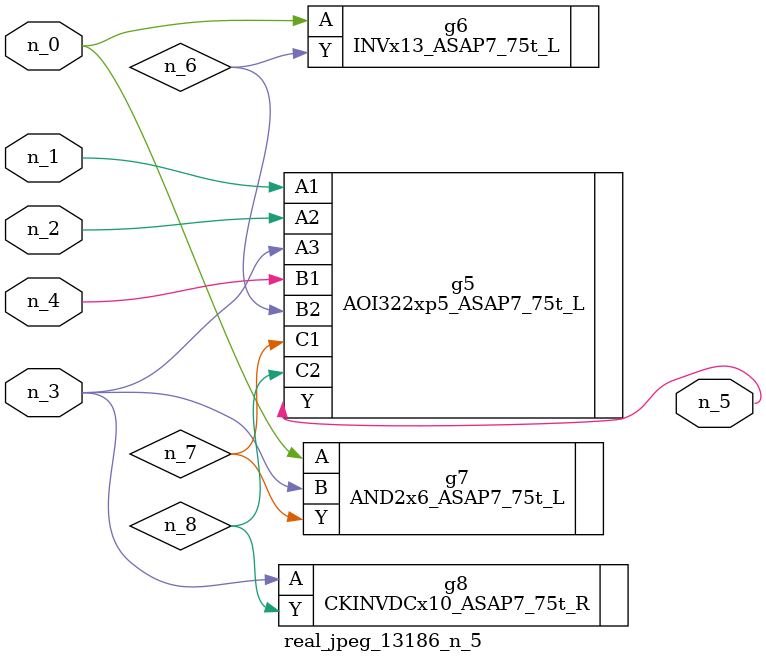
<source format=v>
module real_jpeg_13186_n_5 (n_4, n_0, n_1, n_2, n_3, n_5);

input n_4;
input n_0;
input n_1;
input n_2;
input n_3;

output n_5;

wire n_8;
wire n_6;
wire n_7;

INVx13_ASAP7_75t_L g6 ( 
.A(n_0),
.Y(n_6)
);

AND2x6_ASAP7_75t_L g7 ( 
.A(n_0),
.B(n_3),
.Y(n_7)
);

AOI322xp5_ASAP7_75t_L g5 ( 
.A1(n_1),
.A2(n_2),
.A3(n_3),
.B1(n_4),
.B2(n_6),
.C1(n_7),
.C2(n_8),
.Y(n_5)
);

CKINVDCx10_ASAP7_75t_R g8 ( 
.A(n_3),
.Y(n_8)
);


endmodule
</source>
